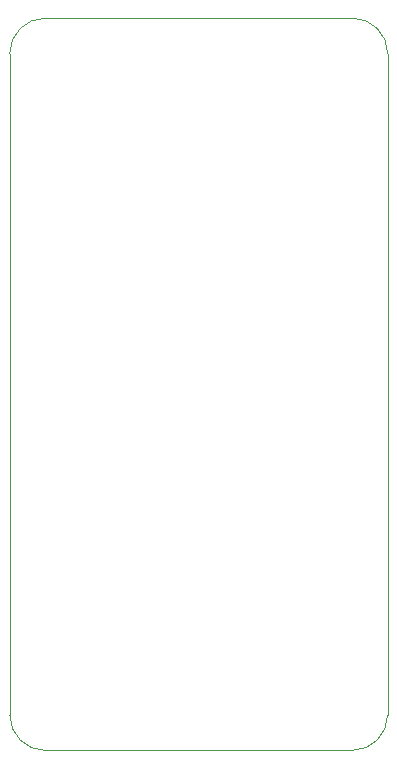
<source format=gbr>
%TF.GenerationSoftware,KiCad,Pcbnew,8.0.8*%
%TF.CreationDate,2025-02-07T05:57:41-05:00*%
%TF.ProjectId,mcu-board,6d63752d-626f-4617-9264-2e6b69636164,rev?*%
%TF.SameCoordinates,Original*%
%TF.FileFunction,Profile,NP*%
%FSLAX46Y46*%
G04 Gerber Fmt 4.6, Leading zero omitted, Abs format (unit mm)*
G04 Created by KiCad (PCBNEW 8.0.8) date 2025-02-07 05:57:41*
%MOMM*%
%LPD*%
G01*
G04 APERTURE LIST*
%TA.AperFunction,Profile*%
%ADD10C,0.050000*%
%TD*%
G04 APERTURE END LIST*
D10*
X152000000Y-102000000D02*
G75*
G02*
X149000000Y-99000000I0J3000000D01*
G01*
X181000000Y-99000000D02*
G75*
G02*
X178000000Y-102000000I-3000000J0D01*
G01*
X181000000Y-43000000D02*
X181000000Y-99000000D01*
X149000000Y-99000000D02*
X149000000Y-43000000D01*
X178000000Y-40000000D02*
X152000000Y-40000000D01*
X149000000Y-43000000D02*
G75*
G02*
X152000000Y-40000000I3000000J0D01*
G01*
X178000000Y-102000000D02*
X152000000Y-102000000D01*
X178000000Y-40000000D02*
G75*
G02*
X181000000Y-43000000I0J-3000000D01*
G01*
M02*

</source>
